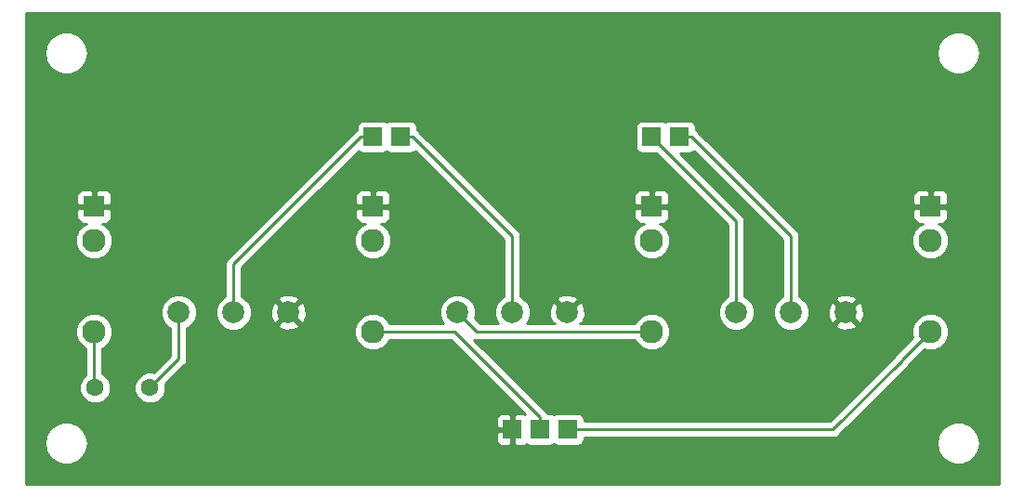
<source format=gbr>
G04 #@! TF.GenerationSoftware,KiCad,Pcbnew,(5.0.2)-1*
G04 #@! TF.CreationDate,2019-05-02T00:13:42-05:00*
G04 #@! TF.ProjectId,vcaControl,76636143-6f6e-4747-926f-6c2e6b696361,rev?*
G04 #@! TF.SameCoordinates,Original*
G04 #@! TF.FileFunction,Copper,L2,Bot*
G04 #@! TF.FilePolarity,Positive*
%FSLAX46Y46*%
G04 Gerber Fmt 4.6, Leading zero omitted, Abs format (unit mm)*
G04 Created by KiCad (PCBNEW (5.0.2)-1) date 5/2/2019 12:13:42 AM*
%MOMM*%
%LPD*%
G01*
G04 APERTURE LIST*
G04 #@! TA.AperFunction,ComponentPad*
%ADD10C,1.998980*%
G04 #@! TD*
G04 #@! TA.AperFunction,ComponentPad*
%ADD11C,2.130000*%
G04 #@! TD*
G04 #@! TA.AperFunction,ComponentPad*
%ADD12R,1.930000X1.830000*%
G04 #@! TD*
G04 #@! TA.AperFunction,ComponentPad*
%ADD13C,1.600000*%
G04 #@! TD*
G04 #@! TA.AperFunction,ComponentPad*
%ADD14R,1.700000X1.700000*%
G04 #@! TD*
G04 #@! TA.AperFunction,Conductor*
%ADD15C,0.250000*%
G04 #@! TD*
G04 #@! TA.AperFunction,Conductor*
%ADD16C,0.254000*%
G04 #@! TD*
G04 APERTURE END LIST*
D10*
G04 #@! TO.P,RV1,1*
G04 #@! TO.N,Net-(CV2-PadT)*
X132160000Y-112520000D03*
G04 #@! TO.P,RV1,3*
G04 #@! TO.N,GND*
X142160000Y-112520000D03*
G04 #@! TO.P,RV1,2*
G04 #@! TO.N,Net-(J3C1-Pad1)*
X137160000Y-112520000D03*
G04 #@! TD*
G04 #@! TO.P,RV2,1*
G04 #@! TO.N,Net-(J4C1-Pad1)*
X157560000Y-112520000D03*
G04 #@! TO.P,RV2,3*
G04 #@! TO.N,GND*
X167560000Y-112520000D03*
G04 #@! TO.P,RV2,2*
G04 #@! TO.N,Net-(J5C1-Pad1)*
X162560000Y-112520000D03*
G04 #@! TD*
G04 #@! TO.P,RV3,1*
G04 #@! TO.N,Net-(C2-Pad1)*
X106760000Y-112520000D03*
G04 #@! TO.P,RV3,3*
G04 #@! TO.N,GND*
X116760000Y-112520000D03*
G04 #@! TO.P,RV3,2*
G04 #@! TO.N,Net-(J6C1-Pad1)*
X111760000Y-112520000D03*
G04 #@! TD*
D11*
G04 #@! TO.P,CV1,T*
G04 #@! TO.N,Net-(CV1-PadT)*
X124460000Y-114270000D03*
D12*
G04 #@! TO.P,CV1,S*
G04 #@! TO.N,GND*
X124460000Y-102870000D03*
D11*
G04 #@! TO.P,CV1,TN*
G04 #@! TO.N,N/C*
X124460000Y-105970000D03*
G04 #@! TD*
G04 #@! TO.P,CV2,T*
G04 #@! TO.N,Net-(CV2-PadT)*
X149860000Y-114270000D03*
D12*
G04 #@! TO.P,CV2,S*
G04 #@! TO.N,GND*
X149860000Y-102870000D03*
D11*
G04 #@! TO.P,CV2,TN*
G04 #@! TO.N,N/C*
X149860000Y-105970000D03*
G04 #@! TD*
G04 #@! TO.P,IN1,T*
G04 #@! TO.N,Net-(C2-Pad2)*
X99060000Y-114270000D03*
D12*
G04 #@! TO.P,IN1,S*
G04 #@! TO.N,GND*
X99060000Y-102870000D03*
D11*
G04 #@! TO.P,IN1,TN*
G04 #@! TO.N,N/C*
X99060000Y-105970000D03*
G04 #@! TD*
G04 #@! TO.P,OUT1,T*
G04 #@! TO.N,Net-(J1C1-Pad1)*
X175260000Y-114270000D03*
D12*
G04 #@! TO.P,OUT1,S*
G04 #@! TO.N,GND*
X175260000Y-102870000D03*
D11*
G04 #@! TO.P,OUT1,TN*
G04 #@! TO.N,N/C*
X175260000Y-105970000D03*
G04 #@! TD*
D13*
G04 #@! TO.P,C2,1*
G04 #@! TO.N,Net-(C2-Pad1)*
X104140000Y-119380000D03*
G04 #@! TO.P,C2,2*
G04 #@! TO.N,Net-(C2-Pad2)*
X99140000Y-119380000D03*
G04 #@! TD*
D14*
G04 #@! TO.P,J1C1,1*
G04 #@! TO.N,Net-(J1C1-Pad1)*
X142240000Y-123190000D03*
G04 #@! TD*
G04 #@! TO.P,J2C1,1*
G04 #@! TO.N,Net-(CV1-PadT)*
X139700000Y-123190000D03*
G04 #@! TD*
G04 #@! TO.P,J3C1,1*
G04 #@! TO.N,Net-(J3C1-Pad1)*
X127000000Y-96520000D03*
G04 #@! TD*
G04 #@! TO.P,J4C1,1*
G04 #@! TO.N,Net-(J4C1-Pad1)*
X149860000Y-96520000D03*
G04 #@! TD*
G04 #@! TO.P,J5C1,1*
G04 #@! TO.N,Net-(J5C1-Pad1)*
X152400000Y-96520000D03*
G04 #@! TD*
G04 #@! TO.P,J6C1,1*
G04 #@! TO.N,Net-(J6C1-Pad1)*
X124460000Y-96520000D03*
G04 #@! TD*
G04 #@! TO.P,J7C1,1*
G04 #@! TO.N,GND*
X137160000Y-123190000D03*
G04 #@! TD*
D15*
G04 #@! TO.N,Net-(C2-Pad1)*
X106760000Y-116760000D02*
X104140000Y-119380000D01*
X106760000Y-112520000D02*
X106760000Y-116760000D01*
G04 #@! TO.N,Net-(C2-Pad2)*
X99060000Y-119300000D02*
X99140000Y-119380000D01*
X99060000Y-114270000D02*
X99060000Y-119300000D01*
G04 #@! TO.N,Net-(CV1-PadT)*
X125966137Y-114270000D02*
X124460000Y-114270000D01*
X131880000Y-114270000D02*
X125966137Y-114270000D01*
X139700000Y-122090000D02*
X131880000Y-114270000D01*
X139700000Y-123190000D02*
X139700000Y-122090000D01*
G04 #@! TO.N,Net-(CV2-PadT)*
X133910000Y-114270000D02*
X132160000Y-112520000D01*
X149860000Y-114270000D02*
X133910000Y-114270000D01*
G04 #@! TO.N,Net-(J1C1-Pad1)*
X172690000Y-116840000D02*
X175260000Y-114270000D01*
X172690000Y-116840000D02*
X172690000Y-116870000D01*
X166370000Y-123190000D02*
X142240000Y-123190000D01*
X172690000Y-116870000D02*
X166370000Y-123190000D01*
G04 #@! TO.N,Net-(J3C1-Pad1)*
X128100000Y-96520000D02*
X127000000Y-96520000D01*
X137160000Y-105580000D02*
X128100000Y-96520000D01*
X137160000Y-112520000D02*
X137160000Y-105580000D01*
G04 #@! TO.N,Net-(J4C1-Pad1)*
X157560000Y-104220000D02*
X149860000Y-96520000D01*
X157560000Y-112520000D02*
X157560000Y-104220000D01*
G04 #@! TO.N,Net-(J5C1-Pad1)*
X153500000Y-96520000D02*
X152400000Y-96520000D01*
X162560000Y-105580000D02*
X153500000Y-96520000D01*
X162560000Y-112520000D02*
X162560000Y-105580000D01*
G04 #@! TO.N,Net-(J6C1-Pad1)*
X123360000Y-96520000D02*
X124460000Y-96520000D01*
X111760000Y-108120000D02*
X123360000Y-96520000D01*
X111760000Y-112520000D02*
X111760000Y-108120000D01*
G04 #@! TO.N,GND*
X127430000Y-123190000D02*
X116760000Y-112520000D01*
X137160000Y-123190000D02*
X127430000Y-123190000D01*
G04 #@! TD*
D16*
G04 #@! TO.N,GND*
G36*
X181483000Y-128143000D02*
X92837000Y-128143000D01*
X92837000Y-124460000D01*
X94545000Y-124460000D01*
X94664107Y-125135490D01*
X95007062Y-125729506D01*
X95532500Y-126170400D01*
X96177045Y-126404995D01*
X96862955Y-126404995D01*
X97507500Y-126170400D01*
X98032938Y-125729506D01*
X98375893Y-125135490D01*
X98495000Y-124460000D01*
X98375893Y-123784510D01*
X98197631Y-123475750D01*
X135675000Y-123475750D01*
X135675000Y-124166310D01*
X135771673Y-124399699D01*
X135950302Y-124578327D01*
X136183691Y-124675000D01*
X136874250Y-124675000D01*
X137033000Y-124516250D01*
X137033000Y-123317000D01*
X135833750Y-123317000D01*
X135675000Y-123475750D01*
X98197631Y-123475750D01*
X98032938Y-123190494D01*
X97507500Y-122749600D01*
X96862955Y-122515005D01*
X96177045Y-122515005D01*
X95532500Y-122749600D01*
X95007062Y-123190494D01*
X94664107Y-123784510D01*
X94545000Y-124460000D01*
X92837000Y-124460000D01*
X92837000Y-122213690D01*
X135675000Y-122213690D01*
X135675000Y-122904250D01*
X135833750Y-123063000D01*
X137033000Y-123063000D01*
X137033000Y-121863750D01*
X136874250Y-121705000D01*
X136183691Y-121705000D01*
X135950302Y-121801673D01*
X135771673Y-121980301D01*
X135675000Y-122213690D01*
X92837000Y-122213690D01*
X92837000Y-113931849D01*
X97360000Y-113931849D01*
X97360000Y-114608151D01*
X97618810Y-115232973D01*
X98097027Y-115711190D01*
X98300000Y-115795264D01*
X98300001Y-118190603D01*
X97923466Y-118567138D01*
X97705000Y-119094561D01*
X97705000Y-119665439D01*
X97923466Y-120192862D01*
X98327138Y-120596534D01*
X98854561Y-120815000D01*
X99425439Y-120815000D01*
X99952862Y-120596534D01*
X100356534Y-120192862D01*
X100575000Y-119665439D01*
X100575000Y-119094561D01*
X102705000Y-119094561D01*
X102705000Y-119665439D01*
X102923466Y-120192862D01*
X103327138Y-120596534D01*
X103854561Y-120815000D01*
X104425439Y-120815000D01*
X104952862Y-120596534D01*
X105356534Y-120192862D01*
X105575000Y-119665439D01*
X105575000Y-119094561D01*
X105553103Y-119041698D01*
X107244473Y-117350329D01*
X107307929Y-117307929D01*
X107475904Y-117056537D01*
X107520000Y-116834852D01*
X107520000Y-116834848D01*
X107534888Y-116760000D01*
X107520000Y-116685152D01*
X107520000Y-113974357D01*
X107685864Y-113905654D01*
X108145654Y-113445864D01*
X108394490Y-112845120D01*
X108394490Y-112194880D01*
X110125510Y-112194880D01*
X110125510Y-112845120D01*
X110374346Y-113445864D01*
X110834136Y-113905654D01*
X111434880Y-114154490D01*
X112085120Y-114154490D01*
X112685864Y-113905654D01*
X112919355Y-113672163D01*
X115787443Y-113672163D01*
X115886042Y-113938965D01*
X116495582Y-114165401D01*
X117145377Y-114141341D01*
X117633958Y-113938965D01*
X117732557Y-113672163D01*
X116760000Y-112699605D01*
X115787443Y-113672163D01*
X112919355Y-113672163D01*
X113145654Y-113445864D01*
X113394490Y-112845120D01*
X113394490Y-112255582D01*
X115114599Y-112255582D01*
X115138659Y-112905377D01*
X115341035Y-113393958D01*
X115607837Y-113492557D01*
X116580395Y-112520000D01*
X116939605Y-112520000D01*
X117912163Y-113492557D01*
X118178965Y-113393958D01*
X118405401Y-112784418D01*
X118381341Y-112134623D01*
X118178965Y-111646042D01*
X117912163Y-111547443D01*
X116939605Y-112520000D01*
X116580395Y-112520000D01*
X115607837Y-111547443D01*
X115341035Y-111646042D01*
X115114599Y-112255582D01*
X113394490Y-112255582D01*
X113394490Y-112194880D01*
X113145654Y-111594136D01*
X112919355Y-111367837D01*
X115787443Y-111367837D01*
X116760000Y-112340395D01*
X117732557Y-111367837D01*
X117633958Y-111101035D01*
X117024418Y-110874599D01*
X116374623Y-110898659D01*
X115886042Y-111101035D01*
X115787443Y-111367837D01*
X112919355Y-111367837D01*
X112685864Y-111134346D01*
X112520000Y-111065643D01*
X112520000Y-108434801D01*
X115322952Y-105631849D01*
X122760000Y-105631849D01*
X122760000Y-106308151D01*
X123018810Y-106932973D01*
X123497027Y-107411190D01*
X124121849Y-107670000D01*
X124798151Y-107670000D01*
X125422973Y-107411190D01*
X125901190Y-106932973D01*
X126160000Y-106308151D01*
X126160000Y-105631849D01*
X125901190Y-105007027D01*
X125422973Y-104528810D01*
X125160283Y-104420000D01*
X125551309Y-104420000D01*
X125784698Y-104323327D01*
X125963327Y-104144699D01*
X126060000Y-103911310D01*
X126060000Y-103155750D01*
X125901250Y-102997000D01*
X124587000Y-102997000D01*
X124587000Y-103017000D01*
X124333000Y-103017000D01*
X124333000Y-102997000D01*
X123018750Y-102997000D01*
X122860000Y-103155750D01*
X122860000Y-103911310D01*
X122956673Y-104144699D01*
X123135302Y-104323327D01*
X123368691Y-104420000D01*
X123759717Y-104420000D01*
X123497027Y-104528810D01*
X123018810Y-105007027D01*
X122760000Y-105631849D01*
X115322952Y-105631849D01*
X119126111Y-101828690D01*
X122860000Y-101828690D01*
X122860000Y-102584250D01*
X123018750Y-102743000D01*
X124333000Y-102743000D01*
X124333000Y-101478750D01*
X124587000Y-101478750D01*
X124587000Y-102743000D01*
X125901250Y-102743000D01*
X126060000Y-102584250D01*
X126060000Y-101828690D01*
X125963327Y-101595301D01*
X125784698Y-101416673D01*
X125551309Y-101320000D01*
X124745750Y-101320000D01*
X124587000Y-101478750D01*
X124333000Y-101478750D01*
X124174250Y-101320000D01*
X123368691Y-101320000D01*
X123135302Y-101416673D01*
X122956673Y-101595301D01*
X122860000Y-101828690D01*
X119126111Y-101828690D01*
X123142098Y-97812704D01*
X123152191Y-97827809D01*
X123362235Y-97968157D01*
X123610000Y-98017440D01*
X125310000Y-98017440D01*
X125557765Y-97968157D01*
X125730000Y-97853072D01*
X125902235Y-97968157D01*
X126150000Y-98017440D01*
X127850000Y-98017440D01*
X128097765Y-97968157D01*
X128307809Y-97827809D01*
X128317902Y-97812703D01*
X136400001Y-105894803D01*
X136400000Y-111065643D01*
X136234136Y-111134346D01*
X135774346Y-111594136D01*
X135525510Y-112194880D01*
X135525510Y-112845120D01*
X135774346Y-113445864D01*
X135838482Y-113510000D01*
X134224802Y-113510000D01*
X133725787Y-113010985D01*
X133794490Y-112845120D01*
X133794490Y-112194880D01*
X133545654Y-111594136D01*
X133085864Y-111134346D01*
X132485120Y-110885510D01*
X131834880Y-110885510D01*
X131234136Y-111134346D01*
X130774346Y-111594136D01*
X130525510Y-112194880D01*
X130525510Y-112845120D01*
X130774346Y-113445864D01*
X130838482Y-113510000D01*
X125985264Y-113510000D01*
X125901190Y-113307027D01*
X125422973Y-112828810D01*
X124798151Y-112570000D01*
X124121849Y-112570000D01*
X123497027Y-112828810D01*
X123018810Y-113307027D01*
X122760000Y-113931849D01*
X122760000Y-114608151D01*
X123018810Y-115232973D01*
X123497027Y-115711190D01*
X124121849Y-115970000D01*
X124798151Y-115970000D01*
X125422973Y-115711190D01*
X125901190Y-115232973D01*
X125985264Y-115030000D01*
X131565199Y-115030000D01*
X138313659Y-121778461D01*
X138136309Y-121705000D01*
X137445750Y-121705000D01*
X137287000Y-121863750D01*
X137287000Y-123063000D01*
X137307000Y-123063000D01*
X137307000Y-123317000D01*
X137287000Y-123317000D01*
X137287000Y-124516250D01*
X137445750Y-124675000D01*
X138136309Y-124675000D01*
X138369698Y-124578327D01*
X138426975Y-124521051D01*
X138602235Y-124638157D01*
X138850000Y-124687440D01*
X140550000Y-124687440D01*
X140797765Y-124638157D01*
X140970000Y-124523072D01*
X141142235Y-124638157D01*
X141390000Y-124687440D01*
X143090000Y-124687440D01*
X143337765Y-124638157D01*
X143547809Y-124497809D01*
X143573072Y-124460000D01*
X175825000Y-124460000D01*
X175944107Y-125135490D01*
X176287062Y-125729506D01*
X176812500Y-126170400D01*
X177457045Y-126404995D01*
X178142955Y-126404995D01*
X178787500Y-126170400D01*
X179312938Y-125729506D01*
X179655893Y-125135490D01*
X179775000Y-124460000D01*
X179655893Y-123784510D01*
X179312938Y-123190494D01*
X178787500Y-122749600D01*
X178142955Y-122515005D01*
X177457045Y-122515005D01*
X176812500Y-122749600D01*
X176287062Y-123190494D01*
X175944107Y-123784510D01*
X175825000Y-124460000D01*
X143573072Y-124460000D01*
X143688157Y-124287765D01*
X143737440Y-124040000D01*
X143737440Y-123950000D01*
X166295153Y-123950000D01*
X166370000Y-123964888D01*
X166444847Y-123950000D01*
X166444852Y-123950000D01*
X166666537Y-123905904D01*
X166917929Y-123737929D01*
X166960331Y-123674470D01*
X173174473Y-117460329D01*
X173237929Y-117417929D01*
X173280329Y-117354473D01*
X173340742Y-117264059D01*
X174718876Y-115885926D01*
X174921849Y-115970000D01*
X175598151Y-115970000D01*
X176222973Y-115711190D01*
X176701190Y-115232973D01*
X176960000Y-114608151D01*
X176960000Y-113931849D01*
X176701190Y-113307027D01*
X176222973Y-112828810D01*
X175598151Y-112570000D01*
X174921849Y-112570000D01*
X174297027Y-112828810D01*
X173818810Y-113307027D01*
X173560000Y-113931849D01*
X173560000Y-114608151D01*
X173644074Y-114811124D01*
X172205530Y-116249669D01*
X172142071Y-116292071D01*
X172039262Y-116445936D01*
X166055199Y-122430000D01*
X143737440Y-122430000D01*
X143737440Y-122340000D01*
X143688157Y-122092235D01*
X143547809Y-121882191D01*
X143337765Y-121741843D01*
X143090000Y-121692560D01*
X141390000Y-121692560D01*
X141142235Y-121741843D01*
X140970000Y-121856928D01*
X140797765Y-121741843D01*
X140550000Y-121692560D01*
X140348483Y-121692560D01*
X140247929Y-121542071D01*
X140184473Y-121499671D01*
X133684919Y-115000117D01*
X133835148Y-115030000D01*
X133835152Y-115030000D01*
X133910000Y-115044888D01*
X133984848Y-115030000D01*
X148334736Y-115030000D01*
X148418810Y-115232973D01*
X148897027Y-115711190D01*
X149521849Y-115970000D01*
X150198151Y-115970000D01*
X150822973Y-115711190D01*
X151301190Y-115232973D01*
X151560000Y-114608151D01*
X151560000Y-113931849D01*
X151301190Y-113307027D01*
X150822973Y-112828810D01*
X150198151Y-112570000D01*
X149521849Y-112570000D01*
X148897027Y-112828810D01*
X148418810Y-113307027D01*
X148334736Y-113510000D01*
X143329608Y-113510000D01*
X143312164Y-113492556D01*
X143578965Y-113393958D01*
X143805401Y-112784418D01*
X143781341Y-112134623D01*
X143578965Y-111646042D01*
X143312163Y-111547443D01*
X142339605Y-112520000D01*
X142353748Y-112534142D01*
X142174142Y-112713748D01*
X142160000Y-112699605D01*
X142145858Y-112713748D01*
X141966252Y-112534142D01*
X141980395Y-112520000D01*
X141007837Y-111547443D01*
X140741035Y-111646042D01*
X140514599Y-112255582D01*
X140538659Y-112905377D01*
X140741035Y-113393958D01*
X141007836Y-113492556D01*
X140990392Y-113510000D01*
X138481518Y-113510000D01*
X138545654Y-113445864D01*
X138794490Y-112845120D01*
X138794490Y-112194880D01*
X138545654Y-111594136D01*
X138319355Y-111367837D01*
X141187443Y-111367837D01*
X142160000Y-112340395D01*
X143132557Y-111367837D01*
X143033958Y-111101035D01*
X142424418Y-110874599D01*
X141774623Y-110898659D01*
X141286042Y-111101035D01*
X141187443Y-111367837D01*
X138319355Y-111367837D01*
X138085864Y-111134346D01*
X137920000Y-111065643D01*
X137920000Y-105654847D01*
X137924574Y-105631849D01*
X148160000Y-105631849D01*
X148160000Y-106308151D01*
X148418810Y-106932973D01*
X148897027Y-107411190D01*
X149521849Y-107670000D01*
X150198151Y-107670000D01*
X150822973Y-107411190D01*
X151301190Y-106932973D01*
X151560000Y-106308151D01*
X151560000Y-105631849D01*
X151301190Y-105007027D01*
X150822973Y-104528810D01*
X150560283Y-104420000D01*
X150951309Y-104420000D01*
X151184698Y-104323327D01*
X151363327Y-104144699D01*
X151460000Y-103911310D01*
X151460000Y-103155750D01*
X151301250Y-102997000D01*
X149987000Y-102997000D01*
X149987000Y-103017000D01*
X149733000Y-103017000D01*
X149733000Y-102997000D01*
X148418750Y-102997000D01*
X148260000Y-103155750D01*
X148260000Y-103911310D01*
X148356673Y-104144699D01*
X148535302Y-104323327D01*
X148768691Y-104420000D01*
X149159717Y-104420000D01*
X148897027Y-104528810D01*
X148418810Y-105007027D01*
X148160000Y-105631849D01*
X137924574Y-105631849D01*
X137934888Y-105580000D01*
X137920000Y-105505153D01*
X137920000Y-105505148D01*
X137875904Y-105283463D01*
X137707929Y-105032071D01*
X137644473Y-104989671D01*
X134483492Y-101828690D01*
X148260000Y-101828690D01*
X148260000Y-102584250D01*
X148418750Y-102743000D01*
X149733000Y-102743000D01*
X149733000Y-101478750D01*
X149987000Y-101478750D01*
X149987000Y-102743000D01*
X151301250Y-102743000D01*
X151460000Y-102584250D01*
X151460000Y-101828690D01*
X151363327Y-101595301D01*
X151184698Y-101416673D01*
X150951309Y-101320000D01*
X150145750Y-101320000D01*
X149987000Y-101478750D01*
X149733000Y-101478750D01*
X149574250Y-101320000D01*
X148768691Y-101320000D01*
X148535302Y-101416673D01*
X148356673Y-101595301D01*
X148260000Y-101828690D01*
X134483492Y-101828690D01*
X128690331Y-96035530D01*
X128647929Y-95972071D01*
X128497440Y-95871517D01*
X128497440Y-95670000D01*
X148362560Y-95670000D01*
X148362560Y-97370000D01*
X148411843Y-97617765D01*
X148552191Y-97827809D01*
X148762235Y-97968157D01*
X149010000Y-98017440D01*
X150282639Y-98017440D01*
X156800001Y-104534804D01*
X156800000Y-111065643D01*
X156634136Y-111134346D01*
X156174346Y-111594136D01*
X155925510Y-112194880D01*
X155925510Y-112845120D01*
X156174346Y-113445864D01*
X156634136Y-113905654D01*
X157234880Y-114154490D01*
X157885120Y-114154490D01*
X158485864Y-113905654D01*
X158945654Y-113445864D01*
X159194490Y-112845120D01*
X159194490Y-112194880D01*
X158945654Y-111594136D01*
X158485864Y-111134346D01*
X158320000Y-111065643D01*
X158320000Y-104294846D01*
X158334888Y-104219999D01*
X158320000Y-104145152D01*
X158320000Y-104145148D01*
X158275904Y-103923463D01*
X158234102Y-103860902D01*
X158150329Y-103735526D01*
X158150327Y-103735524D01*
X158107929Y-103672071D01*
X158044476Y-103629673D01*
X152432242Y-98017440D01*
X153250000Y-98017440D01*
X153497765Y-97968157D01*
X153707809Y-97827809D01*
X153717902Y-97812703D01*
X161800001Y-105894803D01*
X161800000Y-111065643D01*
X161634136Y-111134346D01*
X161174346Y-111594136D01*
X160925510Y-112194880D01*
X160925510Y-112845120D01*
X161174346Y-113445864D01*
X161634136Y-113905654D01*
X162234880Y-114154490D01*
X162885120Y-114154490D01*
X163485864Y-113905654D01*
X163719355Y-113672163D01*
X166587443Y-113672163D01*
X166686042Y-113938965D01*
X167295582Y-114165401D01*
X167945377Y-114141341D01*
X168433958Y-113938965D01*
X168532557Y-113672163D01*
X167560000Y-112699605D01*
X166587443Y-113672163D01*
X163719355Y-113672163D01*
X163945654Y-113445864D01*
X164194490Y-112845120D01*
X164194490Y-112255582D01*
X165914599Y-112255582D01*
X165938659Y-112905377D01*
X166141035Y-113393958D01*
X166407837Y-113492557D01*
X167380395Y-112520000D01*
X167739605Y-112520000D01*
X168712163Y-113492557D01*
X168978965Y-113393958D01*
X169205401Y-112784418D01*
X169181341Y-112134623D01*
X168978965Y-111646042D01*
X168712163Y-111547443D01*
X167739605Y-112520000D01*
X167380395Y-112520000D01*
X166407837Y-111547443D01*
X166141035Y-111646042D01*
X165914599Y-112255582D01*
X164194490Y-112255582D01*
X164194490Y-112194880D01*
X163945654Y-111594136D01*
X163719355Y-111367837D01*
X166587443Y-111367837D01*
X167560000Y-112340395D01*
X168532557Y-111367837D01*
X168433958Y-111101035D01*
X167824418Y-110874599D01*
X167174623Y-110898659D01*
X166686042Y-111101035D01*
X166587443Y-111367837D01*
X163719355Y-111367837D01*
X163485864Y-111134346D01*
X163320000Y-111065643D01*
X163320000Y-105654847D01*
X163324574Y-105631849D01*
X173560000Y-105631849D01*
X173560000Y-106308151D01*
X173818810Y-106932973D01*
X174297027Y-107411190D01*
X174921849Y-107670000D01*
X175598151Y-107670000D01*
X176222973Y-107411190D01*
X176701190Y-106932973D01*
X176960000Y-106308151D01*
X176960000Y-105631849D01*
X176701190Y-105007027D01*
X176222973Y-104528810D01*
X175960283Y-104420000D01*
X176351309Y-104420000D01*
X176584698Y-104323327D01*
X176763327Y-104144699D01*
X176860000Y-103911310D01*
X176860000Y-103155750D01*
X176701250Y-102997000D01*
X175387000Y-102997000D01*
X175387000Y-103017000D01*
X175133000Y-103017000D01*
X175133000Y-102997000D01*
X173818750Y-102997000D01*
X173660000Y-103155750D01*
X173660000Y-103911310D01*
X173756673Y-104144699D01*
X173935302Y-104323327D01*
X174168691Y-104420000D01*
X174559717Y-104420000D01*
X174297027Y-104528810D01*
X173818810Y-105007027D01*
X173560000Y-105631849D01*
X163324574Y-105631849D01*
X163334888Y-105580000D01*
X163320000Y-105505153D01*
X163320000Y-105505148D01*
X163275904Y-105283463D01*
X163107929Y-105032071D01*
X163044473Y-104989671D01*
X159883492Y-101828690D01*
X173660000Y-101828690D01*
X173660000Y-102584250D01*
X173818750Y-102743000D01*
X175133000Y-102743000D01*
X175133000Y-101478750D01*
X175387000Y-101478750D01*
X175387000Y-102743000D01*
X176701250Y-102743000D01*
X176860000Y-102584250D01*
X176860000Y-101828690D01*
X176763327Y-101595301D01*
X176584698Y-101416673D01*
X176351309Y-101320000D01*
X175545750Y-101320000D01*
X175387000Y-101478750D01*
X175133000Y-101478750D01*
X174974250Y-101320000D01*
X174168691Y-101320000D01*
X173935302Y-101416673D01*
X173756673Y-101595301D01*
X173660000Y-101828690D01*
X159883492Y-101828690D01*
X154090331Y-96035530D01*
X154047929Y-95972071D01*
X153897440Y-95871517D01*
X153897440Y-95670000D01*
X153848157Y-95422235D01*
X153707809Y-95212191D01*
X153497765Y-95071843D01*
X153250000Y-95022560D01*
X151550000Y-95022560D01*
X151302235Y-95071843D01*
X151130000Y-95186928D01*
X150957765Y-95071843D01*
X150710000Y-95022560D01*
X149010000Y-95022560D01*
X148762235Y-95071843D01*
X148552191Y-95212191D01*
X148411843Y-95422235D01*
X148362560Y-95670000D01*
X128497440Y-95670000D01*
X128448157Y-95422235D01*
X128307809Y-95212191D01*
X128097765Y-95071843D01*
X127850000Y-95022560D01*
X126150000Y-95022560D01*
X125902235Y-95071843D01*
X125730000Y-95186928D01*
X125557765Y-95071843D01*
X125310000Y-95022560D01*
X123610000Y-95022560D01*
X123362235Y-95071843D01*
X123152191Y-95212191D01*
X123011843Y-95422235D01*
X122962560Y-95670000D01*
X122962560Y-95871517D01*
X122875526Y-95929671D01*
X122875524Y-95929673D01*
X122812071Y-95972071D01*
X122769673Y-96035524D01*
X111275528Y-107529671D01*
X111212072Y-107572071D01*
X111169672Y-107635527D01*
X111169671Y-107635528D01*
X111044097Y-107823463D01*
X110985112Y-108120000D01*
X111000001Y-108194852D01*
X111000000Y-111065643D01*
X110834136Y-111134346D01*
X110374346Y-111594136D01*
X110125510Y-112194880D01*
X108394490Y-112194880D01*
X108145654Y-111594136D01*
X107685864Y-111134346D01*
X107085120Y-110885510D01*
X106434880Y-110885510D01*
X105834136Y-111134346D01*
X105374346Y-111594136D01*
X105125510Y-112194880D01*
X105125510Y-112845120D01*
X105374346Y-113445864D01*
X105834136Y-113905654D01*
X106000000Y-113974357D01*
X106000001Y-116445197D01*
X104478302Y-117966897D01*
X104425439Y-117945000D01*
X103854561Y-117945000D01*
X103327138Y-118163466D01*
X102923466Y-118567138D01*
X102705000Y-119094561D01*
X100575000Y-119094561D01*
X100356534Y-118567138D01*
X99952862Y-118163466D01*
X99820000Y-118108433D01*
X99820000Y-115795264D01*
X100022973Y-115711190D01*
X100501190Y-115232973D01*
X100760000Y-114608151D01*
X100760000Y-113931849D01*
X100501190Y-113307027D01*
X100022973Y-112828810D01*
X99398151Y-112570000D01*
X98721849Y-112570000D01*
X98097027Y-112828810D01*
X97618810Y-113307027D01*
X97360000Y-113931849D01*
X92837000Y-113931849D01*
X92837000Y-105631849D01*
X97360000Y-105631849D01*
X97360000Y-106308151D01*
X97618810Y-106932973D01*
X98097027Y-107411190D01*
X98721849Y-107670000D01*
X99398151Y-107670000D01*
X100022973Y-107411190D01*
X100501190Y-106932973D01*
X100760000Y-106308151D01*
X100760000Y-105631849D01*
X100501190Y-105007027D01*
X100022973Y-104528810D01*
X99760283Y-104420000D01*
X100151309Y-104420000D01*
X100384698Y-104323327D01*
X100563327Y-104144699D01*
X100660000Y-103911310D01*
X100660000Y-103155750D01*
X100501250Y-102997000D01*
X99187000Y-102997000D01*
X99187000Y-103017000D01*
X98933000Y-103017000D01*
X98933000Y-102997000D01*
X97618750Y-102997000D01*
X97460000Y-103155750D01*
X97460000Y-103911310D01*
X97556673Y-104144699D01*
X97735302Y-104323327D01*
X97968691Y-104420000D01*
X98359717Y-104420000D01*
X98097027Y-104528810D01*
X97618810Y-105007027D01*
X97360000Y-105631849D01*
X92837000Y-105631849D01*
X92837000Y-101828690D01*
X97460000Y-101828690D01*
X97460000Y-102584250D01*
X97618750Y-102743000D01*
X98933000Y-102743000D01*
X98933000Y-101478750D01*
X99187000Y-101478750D01*
X99187000Y-102743000D01*
X100501250Y-102743000D01*
X100660000Y-102584250D01*
X100660000Y-101828690D01*
X100563327Y-101595301D01*
X100384698Y-101416673D01*
X100151309Y-101320000D01*
X99345750Y-101320000D01*
X99187000Y-101478750D01*
X98933000Y-101478750D01*
X98774250Y-101320000D01*
X97968691Y-101320000D01*
X97735302Y-101416673D01*
X97556673Y-101595301D01*
X97460000Y-101828690D01*
X92837000Y-101828690D01*
X92837000Y-88900000D01*
X94545000Y-88900000D01*
X94664107Y-89575490D01*
X95007062Y-90169506D01*
X95532500Y-90610400D01*
X96177045Y-90844995D01*
X96862955Y-90844995D01*
X97507500Y-90610400D01*
X98032938Y-90169506D01*
X98375893Y-89575490D01*
X98495000Y-88900000D01*
X175825000Y-88900000D01*
X175944107Y-89575490D01*
X176287062Y-90169506D01*
X176812500Y-90610400D01*
X177457045Y-90844995D01*
X178142955Y-90844995D01*
X178787500Y-90610400D01*
X179312938Y-90169506D01*
X179655893Y-89575490D01*
X179775000Y-88900000D01*
X179655893Y-88224510D01*
X179312938Y-87630494D01*
X178787500Y-87189600D01*
X178142955Y-86955005D01*
X177457045Y-86955005D01*
X176812500Y-87189600D01*
X176287062Y-87630494D01*
X175944107Y-88224510D01*
X175825000Y-88900000D01*
X98495000Y-88900000D01*
X98375893Y-88224510D01*
X98032938Y-87630494D01*
X97507500Y-87189600D01*
X96862955Y-86955005D01*
X96177045Y-86955005D01*
X95532500Y-87189600D01*
X95007062Y-87630494D01*
X94664107Y-88224510D01*
X94545000Y-88900000D01*
X92837000Y-88900000D01*
X92837000Y-85217000D01*
X181483000Y-85217000D01*
X181483000Y-128143000D01*
X181483000Y-128143000D01*
G37*
X181483000Y-128143000D02*
X92837000Y-128143000D01*
X92837000Y-124460000D01*
X94545000Y-124460000D01*
X94664107Y-125135490D01*
X95007062Y-125729506D01*
X95532500Y-126170400D01*
X96177045Y-126404995D01*
X96862955Y-126404995D01*
X97507500Y-126170400D01*
X98032938Y-125729506D01*
X98375893Y-125135490D01*
X98495000Y-124460000D01*
X98375893Y-123784510D01*
X98197631Y-123475750D01*
X135675000Y-123475750D01*
X135675000Y-124166310D01*
X135771673Y-124399699D01*
X135950302Y-124578327D01*
X136183691Y-124675000D01*
X136874250Y-124675000D01*
X137033000Y-124516250D01*
X137033000Y-123317000D01*
X135833750Y-123317000D01*
X135675000Y-123475750D01*
X98197631Y-123475750D01*
X98032938Y-123190494D01*
X97507500Y-122749600D01*
X96862955Y-122515005D01*
X96177045Y-122515005D01*
X95532500Y-122749600D01*
X95007062Y-123190494D01*
X94664107Y-123784510D01*
X94545000Y-124460000D01*
X92837000Y-124460000D01*
X92837000Y-122213690D01*
X135675000Y-122213690D01*
X135675000Y-122904250D01*
X135833750Y-123063000D01*
X137033000Y-123063000D01*
X137033000Y-121863750D01*
X136874250Y-121705000D01*
X136183691Y-121705000D01*
X135950302Y-121801673D01*
X135771673Y-121980301D01*
X135675000Y-122213690D01*
X92837000Y-122213690D01*
X92837000Y-113931849D01*
X97360000Y-113931849D01*
X97360000Y-114608151D01*
X97618810Y-115232973D01*
X98097027Y-115711190D01*
X98300000Y-115795264D01*
X98300001Y-118190603D01*
X97923466Y-118567138D01*
X97705000Y-119094561D01*
X97705000Y-119665439D01*
X97923466Y-120192862D01*
X98327138Y-120596534D01*
X98854561Y-120815000D01*
X99425439Y-120815000D01*
X99952862Y-120596534D01*
X100356534Y-120192862D01*
X100575000Y-119665439D01*
X100575000Y-119094561D01*
X102705000Y-119094561D01*
X102705000Y-119665439D01*
X102923466Y-120192862D01*
X103327138Y-120596534D01*
X103854561Y-120815000D01*
X104425439Y-120815000D01*
X104952862Y-120596534D01*
X105356534Y-120192862D01*
X105575000Y-119665439D01*
X105575000Y-119094561D01*
X105553103Y-119041698D01*
X107244473Y-117350329D01*
X107307929Y-117307929D01*
X107475904Y-117056537D01*
X107520000Y-116834852D01*
X107520000Y-116834848D01*
X107534888Y-116760000D01*
X107520000Y-116685152D01*
X107520000Y-113974357D01*
X107685864Y-113905654D01*
X108145654Y-113445864D01*
X108394490Y-112845120D01*
X108394490Y-112194880D01*
X110125510Y-112194880D01*
X110125510Y-112845120D01*
X110374346Y-113445864D01*
X110834136Y-113905654D01*
X111434880Y-114154490D01*
X112085120Y-114154490D01*
X112685864Y-113905654D01*
X112919355Y-113672163D01*
X115787443Y-113672163D01*
X115886042Y-113938965D01*
X116495582Y-114165401D01*
X117145377Y-114141341D01*
X117633958Y-113938965D01*
X117732557Y-113672163D01*
X116760000Y-112699605D01*
X115787443Y-113672163D01*
X112919355Y-113672163D01*
X113145654Y-113445864D01*
X113394490Y-112845120D01*
X113394490Y-112255582D01*
X115114599Y-112255582D01*
X115138659Y-112905377D01*
X115341035Y-113393958D01*
X115607837Y-113492557D01*
X116580395Y-112520000D01*
X116939605Y-112520000D01*
X117912163Y-113492557D01*
X118178965Y-113393958D01*
X118405401Y-112784418D01*
X118381341Y-112134623D01*
X118178965Y-111646042D01*
X117912163Y-111547443D01*
X116939605Y-112520000D01*
X116580395Y-112520000D01*
X115607837Y-111547443D01*
X115341035Y-111646042D01*
X115114599Y-112255582D01*
X113394490Y-112255582D01*
X113394490Y-112194880D01*
X113145654Y-111594136D01*
X112919355Y-111367837D01*
X115787443Y-111367837D01*
X116760000Y-112340395D01*
X117732557Y-111367837D01*
X117633958Y-111101035D01*
X117024418Y-110874599D01*
X116374623Y-110898659D01*
X115886042Y-111101035D01*
X115787443Y-111367837D01*
X112919355Y-111367837D01*
X112685864Y-111134346D01*
X112520000Y-111065643D01*
X112520000Y-108434801D01*
X115322952Y-105631849D01*
X122760000Y-105631849D01*
X122760000Y-106308151D01*
X123018810Y-106932973D01*
X123497027Y-107411190D01*
X124121849Y-107670000D01*
X124798151Y-107670000D01*
X125422973Y-107411190D01*
X125901190Y-106932973D01*
X126160000Y-106308151D01*
X126160000Y-105631849D01*
X125901190Y-105007027D01*
X125422973Y-104528810D01*
X125160283Y-104420000D01*
X125551309Y-104420000D01*
X125784698Y-104323327D01*
X125963327Y-104144699D01*
X126060000Y-103911310D01*
X126060000Y-103155750D01*
X125901250Y-102997000D01*
X124587000Y-102997000D01*
X124587000Y-103017000D01*
X124333000Y-103017000D01*
X124333000Y-102997000D01*
X123018750Y-102997000D01*
X122860000Y-103155750D01*
X122860000Y-103911310D01*
X122956673Y-104144699D01*
X123135302Y-104323327D01*
X123368691Y-104420000D01*
X123759717Y-104420000D01*
X123497027Y-104528810D01*
X123018810Y-105007027D01*
X122760000Y-105631849D01*
X115322952Y-105631849D01*
X119126111Y-101828690D01*
X122860000Y-101828690D01*
X122860000Y-102584250D01*
X123018750Y-102743000D01*
X124333000Y-102743000D01*
X124333000Y-101478750D01*
X124587000Y-101478750D01*
X124587000Y-102743000D01*
X125901250Y-102743000D01*
X126060000Y-102584250D01*
X126060000Y-101828690D01*
X125963327Y-101595301D01*
X125784698Y-101416673D01*
X125551309Y-101320000D01*
X124745750Y-101320000D01*
X124587000Y-101478750D01*
X124333000Y-101478750D01*
X124174250Y-101320000D01*
X123368691Y-101320000D01*
X123135302Y-101416673D01*
X122956673Y-101595301D01*
X122860000Y-101828690D01*
X119126111Y-101828690D01*
X123142098Y-97812704D01*
X123152191Y-97827809D01*
X123362235Y-97968157D01*
X123610000Y-98017440D01*
X125310000Y-98017440D01*
X125557765Y-97968157D01*
X125730000Y-97853072D01*
X125902235Y-97968157D01*
X126150000Y-98017440D01*
X127850000Y-98017440D01*
X128097765Y-97968157D01*
X128307809Y-97827809D01*
X128317902Y-97812703D01*
X136400001Y-105894803D01*
X136400000Y-111065643D01*
X136234136Y-111134346D01*
X135774346Y-111594136D01*
X135525510Y-112194880D01*
X135525510Y-112845120D01*
X135774346Y-113445864D01*
X135838482Y-113510000D01*
X134224802Y-113510000D01*
X133725787Y-113010985D01*
X133794490Y-112845120D01*
X133794490Y-112194880D01*
X133545654Y-111594136D01*
X133085864Y-111134346D01*
X132485120Y-110885510D01*
X131834880Y-110885510D01*
X131234136Y-111134346D01*
X130774346Y-111594136D01*
X130525510Y-112194880D01*
X130525510Y-112845120D01*
X130774346Y-113445864D01*
X130838482Y-113510000D01*
X125985264Y-113510000D01*
X125901190Y-113307027D01*
X125422973Y-112828810D01*
X124798151Y-112570000D01*
X124121849Y-112570000D01*
X123497027Y-112828810D01*
X123018810Y-113307027D01*
X122760000Y-113931849D01*
X122760000Y-114608151D01*
X123018810Y-115232973D01*
X123497027Y-115711190D01*
X124121849Y-115970000D01*
X124798151Y-115970000D01*
X125422973Y-115711190D01*
X125901190Y-115232973D01*
X125985264Y-115030000D01*
X131565199Y-115030000D01*
X138313659Y-121778461D01*
X138136309Y-121705000D01*
X137445750Y-121705000D01*
X137287000Y-121863750D01*
X137287000Y-123063000D01*
X137307000Y-123063000D01*
X137307000Y-123317000D01*
X137287000Y-123317000D01*
X137287000Y-124516250D01*
X137445750Y-124675000D01*
X138136309Y-124675000D01*
X138369698Y-124578327D01*
X138426975Y-124521051D01*
X138602235Y-124638157D01*
X138850000Y-124687440D01*
X140550000Y-124687440D01*
X140797765Y-124638157D01*
X140970000Y-124523072D01*
X141142235Y-124638157D01*
X141390000Y-124687440D01*
X143090000Y-124687440D01*
X143337765Y-124638157D01*
X143547809Y-124497809D01*
X143573072Y-124460000D01*
X175825000Y-124460000D01*
X175944107Y-125135490D01*
X176287062Y-125729506D01*
X176812500Y-126170400D01*
X177457045Y-126404995D01*
X178142955Y-126404995D01*
X178787500Y-126170400D01*
X179312938Y-125729506D01*
X179655893Y-125135490D01*
X179775000Y-124460000D01*
X179655893Y-123784510D01*
X179312938Y-123190494D01*
X178787500Y-122749600D01*
X178142955Y-122515005D01*
X177457045Y-122515005D01*
X176812500Y-122749600D01*
X176287062Y-123190494D01*
X175944107Y-123784510D01*
X175825000Y-124460000D01*
X143573072Y-124460000D01*
X143688157Y-124287765D01*
X143737440Y-124040000D01*
X143737440Y-123950000D01*
X166295153Y-123950000D01*
X166370000Y-123964888D01*
X166444847Y-123950000D01*
X166444852Y-123950000D01*
X166666537Y-123905904D01*
X166917929Y-123737929D01*
X166960331Y-123674470D01*
X173174473Y-117460329D01*
X173237929Y-117417929D01*
X173280329Y-117354473D01*
X173340742Y-117264059D01*
X174718876Y-115885926D01*
X174921849Y-115970000D01*
X175598151Y-115970000D01*
X176222973Y-115711190D01*
X176701190Y-115232973D01*
X176960000Y-114608151D01*
X176960000Y-113931849D01*
X176701190Y-113307027D01*
X176222973Y-112828810D01*
X175598151Y-112570000D01*
X174921849Y-112570000D01*
X174297027Y-112828810D01*
X173818810Y-113307027D01*
X173560000Y-113931849D01*
X173560000Y-114608151D01*
X173644074Y-114811124D01*
X172205530Y-116249669D01*
X172142071Y-116292071D01*
X172039262Y-116445936D01*
X166055199Y-122430000D01*
X143737440Y-122430000D01*
X143737440Y-122340000D01*
X143688157Y-122092235D01*
X143547809Y-121882191D01*
X143337765Y-121741843D01*
X143090000Y-121692560D01*
X141390000Y-121692560D01*
X141142235Y-121741843D01*
X140970000Y-121856928D01*
X140797765Y-121741843D01*
X140550000Y-121692560D01*
X140348483Y-121692560D01*
X140247929Y-121542071D01*
X140184473Y-121499671D01*
X133684919Y-115000117D01*
X133835148Y-115030000D01*
X133835152Y-115030000D01*
X133910000Y-115044888D01*
X133984848Y-115030000D01*
X148334736Y-115030000D01*
X148418810Y-115232973D01*
X148897027Y-115711190D01*
X149521849Y-115970000D01*
X150198151Y-115970000D01*
X150822973Y-115711190D01*
X151301190Y-115232973D01*
X151560000Y-114608151D01*
X151560000Y-113931849D01*
X151301190Y-113307027D01*
X150822973Y-112828810D01*
X150198151Y-112570000D01*
X149521849Y-112570000D01*
X148897027Y-112828810D01*
X148418810Y-113307027D01*
X148334736Y-113510000D01*
X143329608Y-113510000D01*
X143312164Y-113492556D01*
X143578965Y-113393958D01*
X143805401Y-112784418D01*
X143781341Y-112134623D01*
X143578965Y-111646042D01*
X143312163Y-111547443D01*
X142339605Y-112520000D01*
X142353748Y-112534142D01*
X142174142Y-112713748D01*
X142160000Y-112699605D01*
X142145858Y-112713748D01*
X141966252Y-112534142D01*
X141980395Y-112520000D01*
X141007837Y-111547443D01*
X140741035Y-111646042D01*
X140514599Y-112255582D01*
X140538659Y-112905377D01*
X140741035Y-113393958D01*
X141007836Y-113492556D01*
X140990392Y-113510000D01*
X138481518Y-113510000D01*
X138545654Y-113445864D01*
X138794490Y-112845120D01*
X138794490Y-112194880D01*
X138545654Y-111594136D01*
X138319355Y-111367837D01*
X141187443Y-111367837D01*
X142160000Y-112340395D01*
X143132557Y-111367837D01*
X143033958Y-111101035D01*
X142424418Y-110874599D01*
X141774623Y-110898659D01*
X141286042Y-111101035D01*
X141187443Y-111367837D01*
X138319355Y-111367837D01*
X138085864Y-111134346D01*
X137920000Y-111065643D01*
X137920000Y-105654847D01*
X137924574Y-105631849D01*
X148160000Y-105631849D01*
X148160000Y-106308151D01*
X148418810Y-106932973D01*
X148897027Y-107411190D01*
X149521849Y-107670000D01*
X150198151Y-107670000D01*
X150822973Y-107411190D01*
X151301190Y-106932973D01*
X151560000Y-106308151D01*
X151560000Y-105631849D01*
X151301190Y-105007027D01*
X150822973Y-104528810D01*
X150560283Y-104420000D01*
X150951309Y-104420000D01*
X151184698Y-104323327D01*
X151363327Y-104144699D01*
X151460000Y-103911310D01*
X151460000Y-103155750D01*
X151301250Y-102997000D01*
X149987000Y-102997000D01*
X149987000Y-103017000D01*
X149733000Y-103017000D01*
X149733000Y-102997000D01*
X148418750Y-102997000D01*
X148260000Y-103155750D01*
X148260000Y-103911310D01*
X148356673Y-104144699D01*
X148535302Y-104323327D01*
X148768691Y-104420000D01*
X149159717Y-104420000D01*
X148897027Y-104528810D01*
X148418810Y-105007027D01*
X148160000Y-105631849D01*
X137924574Y-105631849D01*
X137934888Y-105580000D01*
X137920000Y-105505153D01*
X137920000Y-105505148D01*
X137875904Y-105283463D01*
X137707929Y-105032071D01*
X137644473Y-104989671D01*
X134483492Y-101828690D01*
X148260000Y-101828690D01*
X148260000Y-102584250D01*
X148418750Y-102743000D01*
X149733000Y-102743000D01*
X149733000Y-101478750D01*
X149987000Y-101478750D01*
X149987000Y-102743000D01*
X151301250Y-102743000D01*
X151460000Y-102584250D01*
X151460000Y-101828690D01*
X151363327Y-101595301D01*
X151184698Y-101416673D01*
X150951309Y-101320000D01*
X150145750Y-101320000D01*
X149987000Y-101478750D01*
X149733000Y-101478750D01*
X149574250Y-101320000D01*
X148768691Y-101320000D01*
X148535302Y-101416673D01*
X148356673Y-101595301D01*
X148260000Y-101828690D01*
X134483492Y-101828690D01*
X128690331Y-96035530D01*
X128647929Y-95972071D01*
X128497440Y-95871517D01*
X128497440Y-95670000D01*
X148362560Y-95670000D01*
X148362560Y-97370000D01*
X148411843Y-97617765D01*
X148552191Y-97827809D01*
X148762235Y-97968157D01*
X149010000Y-98017440D01*
X150282639Y-98017440D01*
X156800001Y-104534804D01*
X156800000Y-111065643D01*
X156634136Y-111134346D01*
X156174346Y-111594136D01*
X155925510Y-112194880D01*
X155925510Y-112845120D01*
X156174346Y-113445864D01*
X156634136Y-113905654D01*
X157234880Y-114154490D01*
X157885120Y-114154490D01*
X158485864Y-113905654D01*
X158945654Y-113445864D01*
X159194490Y-112845120D01*
X159194490Y-112194880D01*
X158945654Y-111594136D01*
X158485864Y-111134346D01*
X158320000Y-111065643D01*
X158320000Y-104294846D01*
X158334888Y-104219999D01*
X158320000Y-104145152D01*
X158320000Y-104145148D01*
X158275904Y-103923463D01*
X158234102Y-103860902D01*
X158150329Y-103735526D01*
X158150327Y-103735524D01*
X158107929Y-103672071D01*
X158044476Y-103629673D01*
X152432242Y-98017440D01*
X153250000Y-98017440D01*
X153497765Y-97968157D01*
X153707809Y-97827809D01*
X153717902Y-97812703D01*
X161800001Y-105894803D01*
X161800000Y-111065643D01*
X161634136Y-111134346D01*
X161174346Y-111594136D01*
X160925510Y-112194880D01*
X160925510Y-112845120D01*
X161174346Y-113445864D01*
X161634136Y-113905654D01*
X162234880Y-114154490D01*
X162885120Y-114154490D01*
X163485864Y-113905654D01*
X163719355Y-113672163D01*
X166587443Y-113672163D01*
X166686042Y-113938965D01*
X167295582Y-114165401D01*
X167945377Y-114141341D01*
X168433958Y-113938965D01*
X168532557Y-113672163D01*
X167560000Y-112699605D01*
X166587443Y-113672163D01*
X163719355Y-113672163D01*
X163945654Y-113445864D01*
X164194490Y-112845120D01*
X164194490Y-112255582D01*
X165914599Y-112255582D01*
X165938659Y-112905377D01*
X166141035Y-113393958D01*
X166407837Y-113492557D01*
X167380395Y-112520000D01*
X167739605Y-112520000D01*
X168712163Y-113492557D01*
X168978965Y-113393958D01*
X169205401Y-112784418D01*
X169181341Y-112134623D01*
X168978965Y-111646042D01*
X168712163Y-111547443D01*
X167739605Y-112520000D01*
X167380395Y-112520000D01*
X166407837Y-111547443D01*
X166141035Y-111646042D01*
X165914599Y-112255582D01*
X164194490Y-112255582D01*
X164194490Y-112194880D01*
X163945654Y-111594136D01*
X163719355Y-111367837D01*
X166587443Y-111367837D01*
X167560000Y-112340395D01*
X168532557Y-111367837D01*
X168433958Y-111101035D01*
X167824418Y-110874599D01*
X167174623Y-110898659D01*
X166686042Y-111101035D01*
X166587443Y-111367837D01*
X163719355Y-111367837D01*
X163485864Y-111134346D01*
X163320000Y-111065643D01*
X163320000Y-105654847D01*
X163324574Y-105631849D01*
X173560000Y-105631849D01*
X173560000Y-106308151D01*
X173818810Y-106932973D01*
X174297027Y-107411190D01*
X174921849Y-107670000D01*
X175598151Y-107670000D01*
X176222973Y-107411190D01*
X176701190Y-106932973D01*
X176960000Y-106308151D01*
X176960000Y-105631849D01*
X176701190Y-105007027D01*
X176222973Y-104528810D01*
X175960283Y-104420000D01*
X176351309Y-104420000D01*
X176584698Y-104323327D01*
X176763327Y-104144699D01*
X176860000Y-103911310D01*
X176860000Y-103155750D01*
X176701250Y-102997000D01*
X175387000Y-102997000D01*
X175387000Y-103017000D01*
X175133000Y-103017000D01*
X175133000Y-102997000D01*
X173818750Y-102997000D01*
X173660000Y-103155750D01*
X173660000Y-103911310D01*
X173756673Y-104144699D01*
X173935302Y-104323327D01*
X174168691Y-104420000D01*
X174559717Y-104420000D01*
X174297027Y-104528810D01*
X173818810Y-105007027D01*
X173560000Y-105631849D01*
X163324574Y-105631849D01*
X163334888Y-105580000D01*
X163320000Y-105505153D01*
X163320000Y-105505148D01*
X163275904Y-105283463D01*
X163107929Y-105032071D01*
X163044473Y-104989671D01*
X159883492Y-101828690D01*
X173660000Y-101828690D01*
X173660000Y-102584250D01*
X173818750Y-102743000D01*
X175133000Y-102743000D01*
X175133000Y-101478750D01*
X175387000Y-101478750D01*
X175387000Y-102743000D01*
X176701250Y-102743000D01*
X176860000Y-102584250D01*
X176860000Y-101828690D01*
X176763327Y-101595301D01*
X176584698Y-101416673D01*
X176351309Y-101320000D01*
X175545750Y-101320000D01*
X175387000Y-101478750D01*
X175133000Y-101478750D01*
X174974250Y-101320000D01*
X174168691Y-101320000D01*
X173935302Y-101416673D01*
X173756673Y-101595301D01*
X173660000Y-101828690D01*
X159883492Y-101828690D01*
X154090331Y-96035530D01*
X154047929Y-95972071D01*
X153897440Y-95871517D01*
X153897440Y-95670000D01*
X153848157Y-95422235D01*
X153707809Y-95212191D01*
X153497765Y-95071843D01*
X153250000Y-95022560D01*
X151550000Y-95022560D01*
X151302235Y-95071843D01*
X151130000Y-95186928D01*
X150957765Y-95071843D01*
X150710000Y-95022560D01*
X149010000Y-95022560D01*
X148762235Y-95071843D01*
X148552191Y-95212191D01*
X148411843Y-95422235D01*
X148362560Y-95670000D01*
X128497440Y-95670000D01*
X128448157Y-95422235D01*
X128307809Y-95212191D01*
X128097765Y-95071843D01*
X127850000Y-95022560D01*
X126150000Y-95022560D01*
X125902235Y-95071843D01*
X125730000Y-95186928D01*
X125557765Y-95071843D01*
X125310000Y-95022560D01*
X123610000Y-95022560D01*
X123362235Y-95071843D01*
X123152191Y-95212191D01*
X123011843Y-95422235D01*
X122962560Y-95670000D01*
X122962560Y-95871517D01*
X122875526Y-95929671D01*
X122875524Y-95929673D01*
X122812071Y-95972071D01*
X122769673Y-96035524D01*
X111275528Y-107529671D01*
X111212072Y-107572071D01*
X111169672Y-107635527D01*
X111169671Y-107635528D01*
X111044097Y-107823463D01*
X110985112Y-108120000D01*
X111000001Y-108194852D01*
X111000000Y-111065643D01*
X110834136Y-111134346D01*
X110374346Y-111594136D01*
X110125510Y-112194880D01*
X108394490Y-112194880D01*
X108145654Y-111594136D01*
X107685864Y-111134346D01*
X107085120Y-110885510D01*
X106434880Y-110885510D01*
X105834136Y-111134346D01*
X105374346Y-111594136D01*
X105125510Y-112194880D01*
X105125510Y-112845120D01*
X105374346Y-113445864D01*
X105834136Y-113905654D01*
X106000000Y-113974357D01*
X106000001Y-116445197D01*
X104478302Y-117966897D01*
X104425439Y-117945000D01*
X103854561Y-117945000D01*
X103327138Y-118163466D01*
X102923466Y-118567138D01*
X102705000Y-119094561D01*
X100575000Y-119094561D01*
X100356534Y-118567138D01*
X99952862Y-118163466D01*
X99820000Y-118108433D01*
X99820000Y-115795264D01*
X100022973Y-115711190D01*
X100501190Y-115232973D01*
X100760000Y-114608151D01*
X100760000Y-113931849D01*
X100501190Y-113307027D01*
X100022973Y-112828810D01*
X99398151Y-112570000D01*
X98721849Y-112570000D01*
X98097027Y-112828810D01*
X97618810Y-113307027D01*
X97360000Y-113931849D01*
X92837000Y-113931849D01*
X92837000Y-105631849D01*
X97360000Y-105631849D01*
X97360000Y-106308151D01*
X97618810Y-106932973D01*
X98097027Y-107411190D01*
X98721849Y-107670000D01*
X99398151Y-107670000D01*
X100022973Y-107411190D01*
X100501190Y-106932973D01*
X100760000Y-106308151D01*
X100760000Y-105631849D01*
X100501190Y-105007027D01*
X100022973Y-104528810D01*
X99760283Y-104420000D01*
X100151309Y-104420000D01*
X100384698Y-104323327D01*
X100563327Y-104144699D01*
X100660000Y-103911310D01*
X100660000Y-103155750D01*
X100501250Y-102997000D01*
X99187000Y-102997000D01*
X99187000Y-103017000D01*
X98933000Y-103017000D01*
X98933000Y-102997000D01*
X97618750Y-102997000D01*
X97460000Y-103155750D01*
X97460000Y-103911310D01*
X97556673Y-104144699D01*
X97735302Y-104323327D01*
X97968691Y-104420000D01*
X98359717Y-104420000D01*
X98097027Y-104528810D01*
X97618810Y-105007027D01*
X97360000Y-105631849D01*
X92837000Y-105631849D01*
X92837000Y-101828690D01*
X97460000Y-101828690D01*
X97460000Y-102584250D01*
X97618750Y-102743000D01*
X98933000Y-102743000D01*
X98933000Y-101478750D01*
X99187000Y-101478750D01*
X99187000Y-102743000D01*
X100501250Y-102743000D01*
X100660000Y-102584250D01*
X100660000Y-101828690D01*
X100563327Y-101595301D01*
X100384698Y-101416673D01*
X100151309Y-101320000D01*
X99345750Y-101320000D01*
X99187000Y-101478750D01*
X98933000Y-101478750D01*
X98774250Y-101320000D01*
X97968691Y-101320000D01*
X97735302Y-101416673D01*
X97556673Y-101595301D01*
X97460000Y-101828690D01*
X92837000Y-101828690D01*
X92837000Y-88900000D01*
X94545000Y-88900000D01*
X94664107Y-89575490D01*
X95007062Y-90169506D01*
X95532500Y-90610400D01*
X96177045Y-90844995D01*
X96862955Y-90844995D01*
X97507500Y-90610400D01*
X98032938Y-90169506D01*
X98375893Y-89575490D01*
X98495000Y-88900000D01*
X175825000Y-88900000D01*
X175944107Y-89575490D01*
X176287062Y-90169506D01*
X176812500Y-90610400D01*
X177457045Y-90844995D01*
X178142955Y-90844995D01*
X178787500Y-90610400D01*
X179312938Y-90169506D01*
X179655893Y-89575490D01*
X179775000Y-88900000D01*
X179655893Y-88224510D01*
X179312938Y-87630494D01*
X178787500Y-87189600D01*
X178142955Y-86955005D01*
X177457045Y-86955005D01*
X176812500Y-87189600D01*
X176287062Y-87630494D01*
X175944107Y-88224510D01*
X175825000Y-88900000D01*
X98495000Y-88900000D01*
X98375893Y-88224510D01*
X98032938Y-87630494D01*
X97507500Y-87189600D01*
X96862955Y-86955005D01*
X96177045Y-86955005D01*
X95532500Y-87189600D01*
X95007062Y-87630494D01*
X94664107Y-88224510D01*
X94545000Y-88900000D01*
X92837000Y-88900000D01*
X92837000Y-85217000D01*
X181483000Y-85217000D01*
X181483000Y-128143000D01*
G04 #@! TD*
M02*

</source>
